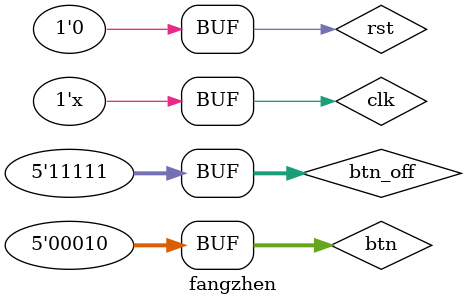
<source format=v>
`timescale 1ns / 1ps


module fangzhen(

    );
    reg [4:0]btn=5'b00000;
    reg [4:0]btn_off=5'b11111;
    reg rst,clk=0;
    wire [4:0] led;
    always #10 clk=~clk;
    initial begin
        #5 rst = 1;
        #20 rst = 0;
        #100 btn = 5'b00001;
        #105 btn = 5'b00010;
    end
    button b1(
        .btn(btn),
        .btn_pre_re(led),
        .rst(rst),
        .clk(clk),
        .btn_off(btn_off)
    );
endmodule

</source>
